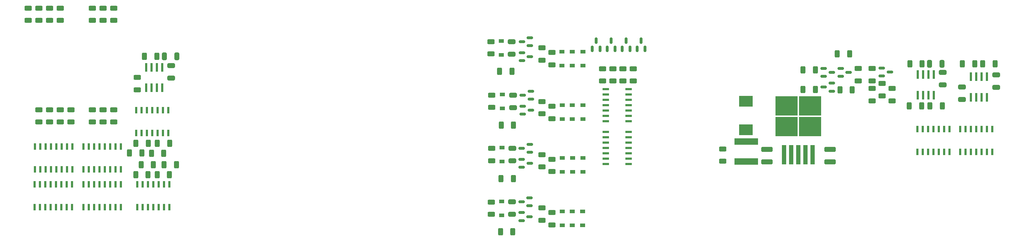
<source format=gtp>
G04 #@! TF.GenerationSoftware,KiCad,Pcbnew,(6.0.6)*
G04 #@! TF.CreationDate,2023-06-19T03:07:34+09:30*
G04 #@! TF.ProjectId,RPi Arcade Hat V0-3,52506920-4172-4636-9164-652048617420,rev?*
G04 #@! TF.SameCoordinates,Original*
G04 #@! TF.FileFunction,Paste,Top*
G04 #@! TF.FilePolarity,Positive*
%FSLAX46Y46*%
G04 Gerber Fmt 4.6, Leading zero omitted, Abs format (unit mm)*
G04 Created by KiCad (PCBNEW (6.0.6)) date 2023-06-19 03:07:34*
%MOMM*%
%LPD*%
G01*
G04 APERTURE LIST*
G04 Aperture macros list*
%AMRoundRect*
0 Rectangle with rounded corners*
0 $1 Rounding radius*
0 $2 $3 $4 $5 $6 $7 $8 $9 X,Y pos of 4 corners*
0 Add a 4 corners polygon primitive as box body*
4,1,4,$2,$3,$4,$5,$6,$7,$8,$9,$2,$3,0*
0 Add four circle primitives for the rounded corners*
1,1,$1+$1,$2,$3*
1,1,$1+$1,$4,$5*
1,1,$1+$1,$6,$7*
1,1,$1+$1,$8,$9*
0 Add four rect primitives between the rounded corners*
20,1,$1+$1,$2,$3,$4,$5,0*
20,1,$1+$1,$4,$5,$6,$7,0*
20,1,$1+$1,$6,$7,$8,$9,0*
20,1,$1+$1,$8,$9,$2,$3,0*%
G04 Aperture macros list end*
%ADD10RoundRect,0.250000X0.625000X-0.312500X0.625000X0.312500X-0.625000X0.312500X-0.625000X-0.312500X0*%
%ADD11R,1.500000X0.550000*%
%ADD12R,0.550000X1.500000*%
%ADD13R,0.600000X2.000000*%
%ADD14R,0.600000X1.550000*%
%ADD15R,1.100000X4.600000*%
%ADD16R,5.250000X4.550000*%
%ADD17RoundRect,0.250000X-0.625000X0.312500X-0.625000X-0.312500X0.625000X-0.312500X0.625000X0.312500X0*%
%ADD18RoundRect,0.250000X-0.312500X-0.625000X0.312500X-0.625000X0.312500X0.625000X-0.312500X0.625000X0*%
%ADD19RoundRect,0.250000X0.312500X0.625000X-0.312500X0.625000X-0.312500X-0.625000X0.312500X-0.625000X0*%
%ADD20RoundRect,0.150000X-0.587500X-0.150000X0.587500X-0.150000X0.587500X0.150000X-0.587500X0.150000X0*%
%ADD21RoundRect,0.150000X0.587500X0.150000X-0.587500X0.150000X-0.587500X-0.150000X0.587500X-0.150000X0*%
%ADD22RoundRect,0.150000X0.150000X-0.587500X0.150000X0.587500X-0.150000X0.587500X-0.150000X-0.587500X0*%
%ADD23R,5.700000X1.600000*%
%ADD24R,1.200000X0.900000*%
%ADD25R,3.300000X2.500000*%
%ADD26RoundRect,0.250000X-0.650000X0.325000X-0.650000X-0.325000X0.650000X-0.325000X0.650000X0.325000X0*%
%ADD27RoundRect,0.250000X-0.325000X-0.650000X0.325000X-0.650000X0.325000X0.650000X-0.325000X0.650000X0*%
%ADD28RoundRect,0.250000X1.100000X-0.325000X1.100000X0.325000X-1.100000X0.325000X-1.100000X-0.325000X0*%
G04 APERTURE END LIST*
D10*
X210058000Y-109535500D03*
X210058000Y-112460500D03*
D11*
X182356800Y-102971600D03*
X182356800Y-101701600D03*
X182356800Y-100431600D03*
X182356800Y-99161600D03*
X182356800Y-97891600D03*
X182356800Y-96621600D03*
X182356800Y-95351600D03*
X187756800Y-95351600D03*
X187756800Y-96621600D03*
X187756800Y-97891600D03*
X187756800Y-99161600D03*
X187756800Y-100431600D03*
X187756800Y-101701600D03*
X187756800Y-102971600D03*
D12*
X78720800Y-123370050D03*
X77450800Y-123370050D03*
X76180800Y-123370050D03*
X74910800Y-123370050D03*
X73640800Y-123370050D03*
X72370800Y-123370050D03*
X71100800Y-123370050D03*
X71100800Y-117970050D03*
X72370800Y-117970050D03*
X73640800Y-117970050D03*
X74910800Y-117970050D03*
X76180800Y-117970050D03*
X77450800Y-117970050D03*
X78720800Y-117970050D03*
X70806700Y-100342450D03*
X72076700Y-100342450D03*
X73346700Y-100342450D03*
X74616700Y-100342450D03*
X75886700Y-100342450D03*
X77156700Y-100342450D03*
X78426700Y-100342450D03*
X78426700Y-105742450D03*
X77156700Y-105742450D03*
X75886700Y-105742450D03*
X74616700Y-105742450D03*
X73346700Y-105742450D03*
X72076700Y-105742450D03*
X70806700Y-105742450D03*
X263916200Y-110192800D03*
X262646200Y-110192800D03*
X261376200Y-110192800D03*
X260106200Y-110192800D03*
X258836200Y-110192800D03*
X257566200Y-110192800D03*
X256296200Y-110192800D03*
X256296200Y-104792800D03*
X257566200Y-104792800D03*
X258836200Y-104792800D03*
X260106200Y-104792800D03*
X261376200Y-104792800D03*
X262646200Y-104792800D03*
X263916200Y-104792800D03*
D13*
X271569000Y-97295400D03*
X269029000Y-92395400D03*
X270299000Y-92395400D03*
X271569000Y-92395400D03*
X272839000Y-92395400D03*
X272839000Y-97295400D03*
X270299000Y-97295400D03*
X269029000Y-97295400D03*
D11*
X182364400Y-113131600D03*
X182364400Y-111861600D03*
X182364400Y-110591600D03*
X182364400Y-109321600D03*
X182364400Y-108051600D03*
X182364400Y-106781600D03*
X182364400Y-105511600D03*
X187764400Y-105511600D03*
X187764400Y-106781600D03*
X187764400Y-108051600D03*
X187764400Y-109321600D03*
X187764400Y-110591600D03*
X187764400Y-111861600D03*
X187764400Y-113131600D03*
D13*
X258945200Y-96736600D03*
X256405200Y-91836600D03*
X257675200Y-91836600D03*
X258945200Y-91836600D03*
X260215200Y-91836600D03*
X260215200Y-96736600D03*
X257675200Y-96736600D03*
X256405200Y-96736600D03*
X75715800Y-95029450D03*
X73175800Y-90129450D03*
X74445800Y-90129450D03*
X75715800Y-90129450D03*
X76985800Y-90129450D03*
X76985800Y-95029450D03*
X74445800Y-95029450D03*
X73175800Y-95029450D03*
D14*
X58273800Y-108978450D03*
X59543800Y-108978450D03*
X60813800Y-108978450D03*
X62083800Y-108978450D03*
X63353800Y-108978450D03*
X64623800Y-108978450D03*
X65893800Y-108978450D03*
X67163800Y-108978450D03*
X67163800Y-114378450D03*
X65893800Y-114378450D03*
X64623800Y-114378450D03*
X63353800Y-114378450D03*
X62083800Y-114378450D03*
X60813800Y-114378450D03*
X59543800Y-114378450D03*
X58273800Y-114378450D03*
X46742200Y-108978450D03*
X48012200Y-108978450D03*
X49282200Y-108978450D03*
X50552200Y-108978450D03*
X51822200Y-108978450D03*
X53092200Y-108978450D03*
X54362200Y-108978450D03*
X55632200Y-108978450D03*
X55632200Y-114378450D03*
X54362200Y-114378450D03*
X53092200Y-114378450D03*
X51822200Y-114378450D03*
X50552200Y-114378450D03*
X49282200Y-114378450D03*
X48012200Y-114378450D03*
X46742200Y-114378450D03*
X58273800Y-117970050D03*
X59543800Y-117970050D03*
X60813800Y-117970050D03*
X62083800Y-117970050D03*
X63353800Y-117970050D03*
X64623800Y-117970050D03*
X65893800Y-117970050D03*
X67163800Y-117970050D03*
X67163800Y-123370050D03*
X65893800Y-123370050D03*
X64623800Y-123370050D03*
X63353800Y-123370050D03*
X62083800Y-123370050D03*
X60813800Y-123370050D03*
X59543800Y-123370050D03*
X58273800Y-123370050D03*
X46691400Y-117970050D03*
X47961400Y-117970050D03*
X49231400Y-117970050D03*
X50501400Y-117970050D03*
X51771400Y-117970050D03*
X53041400Y-117970050D03*
X54311400Y-117970050D03*
X55581400Y-117970050D03*
X55581400Y-123370050D03*
X54311400Y-123370050D03*
X53041400Y-123370050D03*
X51771400Y-123370050D03*
X50501400Y-123370050D03*
X49231400Y-123370050D03*
X47961400Y-123370050D03*
X46691400Y-123370050D03*
D15*
X231460200Y-110915800D03*
X229760200Y-110915800D03*
X228060200Y-110915800D03*
X226360200Y-110915800D03*
X224660200Y-110915800D03*
D16*
X230835200Y-104190800D03*
X230835200Y-99340800D03*
X225285200Y-104190800D03*
X225285200Y-99340800D03*
D12*
X266496800Y-104792800D03*
X267766800Y-104792800D03*
X269036800Y-104792800D03*
X270306800Y-104792800D03*
X271576800Y-104792800D03*
X272846800Y-104792800D03*
X274116800Y-104792800D03*
X274116800Y-110192800D03*
X272846800Y-110192800D03*
X271576800Y-110192800D03*
X270306800Y-110192800D03*
X269036800Y-110192800D03*
X267766800Y-110192800D03*
X266496800Y-110192800D03*
D17*
X167182800Y-126456100D03*
X167182800Y-123531100D03*
X167132000Y-113806900D03*
X167132000Y-110881900D03*
D18*
X240855200Y-95468400D03*
X237930200Y-95468400D03*
X232066800Y-95417600D03*
X229141800Y-95417600D03*
X232066800Y-90794800D03*
X229141800Y-90794800D03*
D10*
X242237500Y-90449900D03*
X242237500Y-93374900D03*
D19*
X237269800Y-86984800D03*
X240194800Y-86984800D03*
D10*
X250300800Y-95159100D03*
X250300800Y-98084100D03*
X247964000Y-93990700D03*
X247964000Y-96915700D03*
D18*
X269958100Y-89359000D03*
X267033100Y-89359000D03*
X274784100Y-89359000D03*
X271859100Y-89359000D03*
X262211100Y-99315800D03*
X259286100Y-99315800D03*
X257435900Y-89308200D03*
X254510900Y-89308200D03*
D17*
X167132000Y-98272800D03*
X167132000Y-101197800D03*
X167182800Y-88447000D03*
X167182800Y-85522000D03*
X169570400Y-127573700D03*
X169570400Y-124648700D03*
X169519600Y-114924500D03*
X169519600Y-111999500D03*
X169519600Y-102315400D03*
X169519600Y-99390400D03*
X169519600Y-89564600D03*
X169519600Y-86639600D03*
X188874400Y-93410500D03*
X188874400Y-90485500D03*
X186385200Y-93410500D03*
X186385200Y-90485500D03*
X183997600Y-90485500D03*
X183997600Y-93410500D03*
X181559200Y-93410500D03*
X181559200Y-90485500D03*
D19*
X254409300Y-99315800D03*
X257334300Y-99315800D03*
X71975100Y-113253250D03*
X74900100Y-113253250D03*
D18*
X77357700Y-110560850D03*
X74432700Y-110560850D03*
D19*
X77461500Y-113253250D03*
X80386500Y-113253250D03*
D18*
X72176100Y-110490000D03*
X69251100Y-110490000D03*
X78710100Y-115691650D03*
X75785100Y-115691650D03*
X75730500Y-87550250D03*
X72805500Y-87550250D03*
D10*
X71067600Y-92539350D03*
X71067600Y-95464350D03*
D17*
X50222000Y-103133350D03*
X50222000Y-100208350D03*
D10*
X60432800Y-76078350D03*
X60432800Y-79003350D03*
D17*
X55302000Y-103133350D03*
X55302000Y-100208350D03*
X52762000Y-103133350D03*
X52762000Y-100208350D03*
X47682000Y-103133350D03*
X47682000Y-100208350D03*
D10*
X65462000Y-76078350D03*
X65462000Y-79003350D03*
X62922000Y-76078350D03*
X62922000Y-79003350D03*
X47682000Y-76078350D03*
X47682000Y-79003350D03*
X45142000Y-76078350D03*
X45142000Y-79003350D03*
D17*
X65462000Y-103133350D03*
X65462000Y-100208350D03*
X62922000Y-103133350D03*
X62922000Y-100208350D03*
X60382000Y-103133350D03*
X60382000Y-100208350D03*
D10*
X52762000Y-76078350D03*
X52762000Y-79003350D03*
X50222000Y-76078350D03*
X50222000Y-79003350D03*
X155041600Y-84059500D03*
X155041600Y-86984500D03*
X155244800Y-96759500D03*
X155244800Y-99684500D03*
X155194000Y-109408700D03*
X155194000Y-112333700D03*
X155143200Y-122159500D03*
X155143200Y-125084500D03*
X245576400Y-95159100D03*
X245576400Y-98084100D03*
D17*
X245576400Y-93359700D03*
X245576400Y-90434700D03*
D18*
X160263300Y-129159200D03*
X157338300Y-129159200D03*
X160364900Y-116560800D03*
X157439900Y-116560800D03*
X160415700Y-103911600D03*
X157490700Y-103911600D03*
X160060100Y-91059200D03*
X157135100Y-91059200D03*
D19*
X70766600Y-108173250D03*
X73691600Y-108173250D03*
D18*
X73630100Y-115691650D03*
X70705100Y-115691650D03*
D19*
X75846600Y-108173250D03*
X78771600Y-108173250D03*
D20*
X249765100Y-91287600D03*
X247890100Y-92237600D03*
X247890100Y-90337600D03*
X164310300Y-87604800D03*
X162435300Y-88554800D03*
X162435300Y-86654800D03*
D21*
X162435300Y-84048800D03*
X164310300Y-83098800D03*
X164310300Y-84998800D03*
D20*
X164513500Y-100304800D03*
X162638500Y-101254800D03*
X162638500Y-99354800D03*
D21*
X162638500Y-96748800D03*
X164513500Y-95798800D03*
X164513500Y-97698800D03*
D20*
X164259500Y-112954000D03*
X162384500Y-113904000D03*
X162384500Y-112004000D03*
D21*
X162384500Y-109398000D03*
X164259500Y-108448000D03*
X164259500Y-110348000D03*
D20*
X164208700Y-125603200D03*
X162333700Y-126553200D03*
X162333700Y-124653200D03*
D21*
X162333700Y-122098000D03*
X164208700Y-121148000D03*
X164208700Y-123048000D03*
D22*
X180035200Y-83847700D03*
X180985200Y-85722700D03*
X179085200Y-85722700D03*
X183591200Y-83847700D03*
X184541200Y-85722700D03*
X182641200Y-85722700D03*
X187147200Y-83847700D03*
X188097200Y-85722700D03*
X186197200Y-85722700D03*
X190703200Y-83847700D03*
X191653200Y-85722700D03*
X189753200Y-85722700D03*
D21*
X234086400Y-94858800D03*
X235961400Y-93908800D03*
X235961400Y-95808800D03*
D20*
X235961400Y-91353600D03*
X234086400Y-92303600D03*
X234086400Y-90403600D03*
X239974600Y-91353600D03*
X238099600Y-92303600D03*
X238099600Y-90403600D03*
D23*
X215646000Y-112484400D03*
X215646000Y-107784400D03*
D24*
X176834800Y-124359600D03*
X176834800Y-127659600D03*
X174396400Y-124359600D03*
X174396400Y-127659600D03*
X171958000Y-124359600D03*
X171958000Y-127659600D03*
X176885600Y-111710400D03*
X176885600Y-115010400D03*
X174447200Y-111710400D03*
X174447200Y-115010400D03*
X171958000Y-111710400D03*
X171958000Y-115010400D03*
X176885600Y-99101300D03*
X176885600Y-102401300D03*
X174396400Y-99101300D03*
X174396400Y-102401300D03*
X171958000Y-99101300D03*
X171958000Y-102401300D03*
X176936400Y-86401300D03*
X176936400Y-89701300D03*
X174396400Y-86401300D03*
X174396400Y-89701300D03*
X171907200Y-86401300D03*
X171907200Y-89701300D03*
D25*
X215595200Y-98200000D03*
X215595200Y-105000000D03*
D24*
X157480000Y-87222800D03*
X157480000Y-83922800D03*
X157784800Y-99922800D03*
X157784800Y-96622800D03*
X157683200Y-112521200D03*
X157683200Y-109221200D03*
X157581600Y-125272000D03*
X157581600Y-121972000D03*
D26*
X274998000Y-94898000D03*
X274998000Y-91948000D03*
X266870000Y-97742800D03*
X266870000Y-94792800D03*
X262374200Y-94339200D03*
X262374200Y-91389200D03*
D27*
X262172800Y-89308200D03*
X259222800Y-89308200D03*
D26*
X79144800Y-92682850D03*
X79144800Y-89732850D03*
D27*
X80467400Y-87550250D03*
X77517400Y-87550250D03*
D26*
X159969200Y-86997000D03*
X159969200Y-84047000D03*
X160274000Y-99697000D03*
X160274000Y-96747000D03*
X160121600Y-112346200D03*
X160121600Y-109396200D03*
X160070800Y-125046200D03*
X160070800Y-122096200D03*
D28*
X220624400Y-109675400D03*
X220624400Y-112625400D03*
X235610400Y-109675400D03*
X235610400Y-112625400D03*
M02*

</source>
